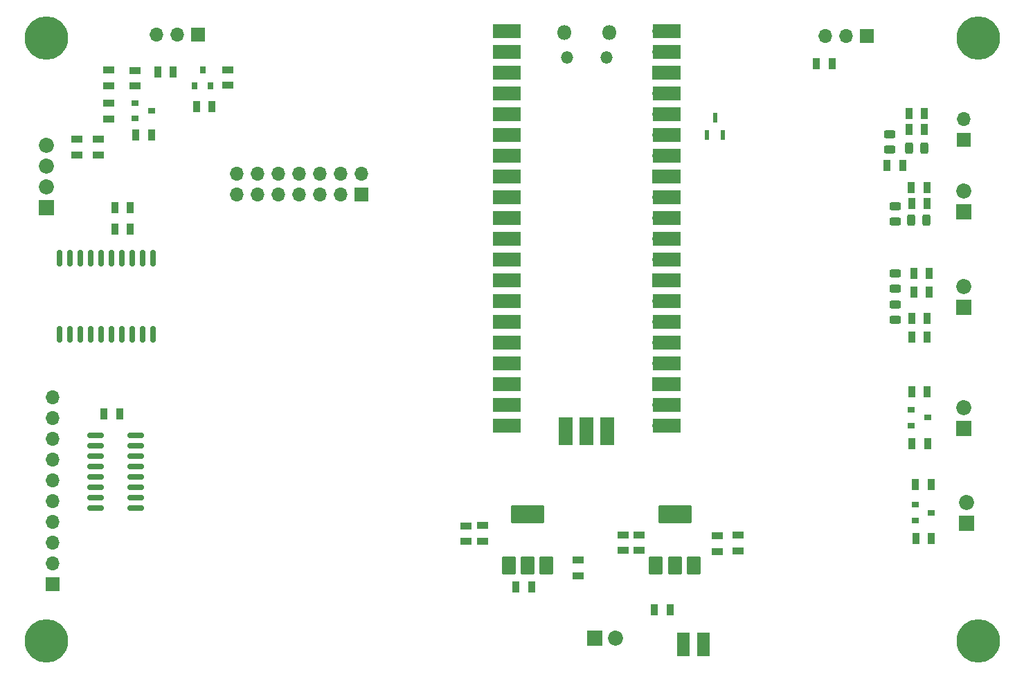
<source format=gts>
%TF.GenerationSoftware,KiCad,Pcbnew,7.0.7*%
%TF.CreationDate,2023-10-10T10:51:27+02:00*%
%TF.ProjectId,RB2AMPController,52423241-4d50-4436-9f6e-74726f6c6c65,rev?*%
%TF.SameCoordinates,Original*%
%TF.FileFunction,Soldermask,Top*%
%TF.FilePolarity,Negative*%
%FSLAX46Y46*%
G04 Gerber Fmt 4.6, Leading zero omitted, Abs format (unit mm)*
G04 Created by KiCad (PCBNEW 7.0.7) date 2023-10-10 10:51:27*
%MOMM*%
%LPD*%
G01*
G04 APERTURE LIST*
G04 Aperture macros list*
%AMRoundRect*
0 Rectangle with rounded corners*
0 $1 Rounding radius*
0 $2 $3 $4 $5 $6 $7 $8 $9 X,Y pos of 4 corners*
0 Add a 4 corners polygon primitive as box body*
4,1,4,$2,$3,$4,$5,$6,$7,$8,$9,$2,$3,0*
0 Add four circle primitives for the rounded corners*
1,1,$1+$1,$2,$3*
1,1,$1+$1,$4,$5*
1,1,$1+$1,$6,$7*
1,1,$1+$1,$8,$9*
0 Add four rect primitives between the rounded corners*
20,1,$1+$1,$2,$3,$4,$5,0*
20,1,$1+$1,$4,$5,$6,$7,0*
20,1,$1+$1,$6,$7,$8,$9,0*
20,1,$1+$1,$8,$9,$2,$3,0*%
G04 Aperture macros list end*
%ADD10R,0.889000X1.397000*%
%ADD11RoundRect,0.243750X-0.456250X0.243750X-0.456250X-0.243750X0.456250X-0.243750X0.456250X0.243750X0*%
%ADD12R,1.397000X0.889000*%
%ADD13R,1.700000X1.700000*%
%ADD14O,1.700000X1.700000*%
%ADD15R,0.900000X0.800000*%
%ADD16C,5.300000*%
%ADD17RoundRect,0.101600X-0.750000X-1.000000X0.750000X-1.000000X0.750000X1.000000X-0.750000X1.000000X0*%
%ADD18RoundRect,0.101600X-1.900000X-1.000000X1.900000X-1.000000X1.900000X1.000000X-1.900000X1.000000X0*%
%ADD19R,1.850000X1.850000*%
%ADD20C,1.850000*%
%ADD21RoundRect,0.150000X0.825000X0.150000X-0.825000X0.150000X-0.825000X-0.150000X0.825000X-0.150000X0*%
%ADD22O,1.800000X1.800000*%
%ADD23O,1.500000X1.500000*%
%ADD24R,3.500000X1.700000*%
%ADD25R,1.700000X3.500000*%
%ADD26RoundRect,0.150000X-0.150000X0.850000X-0.150000X-0.850000X0.150000X-0.850000X0.150000X0.850000X0*%
%ADD27R,0.600000X1.250000*%
%ADD28R,0.800000X0.900000*%
%ADD29RoundRect,0.243750X0.243750X0.456250X-0.243750X0.456250X-0.243750X-0.456250X0.243750X-0.456250X0*%
%ADD30R,1.500000X3.000000*%
G04 APERTURE END LIST*
D10*
%TO.C,C108*%
X143782563Y-129600062D03*
X141877563Y-129600062D03*
%TD*%
%TO.C,R202*%
X192200000Y-112060000D03*
X190295000Y-112060000D03*
%TD*%
D11*
%TO.C,D201*%
X188200000Y-95042500D03*
X188200000Y-96917500D03*
%TD*%
D10*
%TO.C,C203*%
X192402500Y-91230000D03*
X190497500Y-91230000D03*
%TD*%
%TO.C,R217*%
X94705000Y-85824000D03*
X92800000Y-85824000D03*
%TD*%
D12*
%TO.C,C107*%
X149477563Y-126295062D03*
X149477563Y-128200062D03*
%TD*%
D13*
%TO.C,J201*%
X85200000Y-129260000D03*
D14*
X85200000Y-126720000D03*
X85200000Y-124180000D03*
X85200000Y-121640000D03*
X85200000Y-119100000D03*
X85200000Y-116560000D03*
X85200000Y-114020000D03*
X85200000Y-111480000D03*
X85200000Y-108940000D03*
X85200000Y-106400000D03*
%TD*%
D10*
%TO.C,R207*%
X192152500Y-98980000D03*
X190247500Y-98980000D03*
%TD*%
D15*
%TO.C,Q201*%
X190200000Y-107910000D03*
X190200000Y-109810000D03*
X192200000Y-108860000D03*
%TD*%
D10*
%TO.C,R214*%
X189897500Y-73637500D03*
X191802500Y-73637500D03*
%TD*%
D11*
%TO.C,D205*%
X187600000Y-74200000D03*
X187600000Y-76075000D03*
%TD*%
D16*
%TO.C,MH1*%
X84400000Y-62400000D03*
%TD*%
D10*
%TO.C,C202*%
X180505000Y-65600000D03*
X178600000Y-65600000D03*
%TD*%
D12*
%TO.C,J207*%
X92050000Y-68250000D03*
X92050000Y-66345000D03*
%TD*%
D10*
%TO.C,C204*%
X189152500Y-78000000D03*
X187247500Y-78000000D03*
%TD*%
%TO.C,R208*%
X192105000Y-80687500D03*
X190200000Y-80687500D03*
%TD*%
D13*
%TO.C,J203*%
X184805000Y-62200000D03*
D14*
X182265000Y-62200000D03*
X179725000Y-62200000D03*
%TD*%
D17*
%TO.C,IC102*%
X158977501Y-126950124D03*
X161277501Y-126950124D03*
X163577500Y-126950124D03*
D18*
X161277501Y-120650125D03*
%TD*%
D10*
%TO.C,R218*%
X94705000Y-83200000D03*
X92800000Y-83200000D03*
%TD*%
D12*
%TO.C,R210*%
X106600000Y-68200000D03*
X106600000Y-66295000D03*
%TD*%
D10*
%TO.C,C205*%
X95395000Y-74297500D03*
X97300000Y-74297500D03*
%TD*%
D12*
%TO.C,C101*%
X155000000Y-123200000D03*
X155000000Y-125105000D03*
%TD*%
D17*
%TO.C,IC101*%
X140977501Y-126950124D03*
X143277501Y-126950124D03*
X145577500Y-126950124D03*
D18*
X143277501Y-120650125D03*
%TD*%
D10*
%TO.C,R213*%
X191802500Y-71637500D03*
X189897500Y-71637500D03*
%TD*%
D19*
%TO.C,J209*%
X196600000Y-83667500D03*
D20*
X196600000Y-81127500D03*
%TD*%
D12*
%TO.C,R215*%
X90800000Y-76705000D03*
X90800000Y-74800000D03*
%TD*%
D16*
%TO.C,MH3*%
X84400000Y-136200000D03*
%TD*%
D21*
%TO.C,U201*%
X95400000Y-119940000D03*
X95400000Y-118670000D03*
X95400000Y-117400000D03*
X95400000Y-116130000D03*
X95400000Y-114860000D03*
X95400000Y-113590000D03*
X95400000Y-112320000D03*
X95400000Y-111050000D03*
X90450000Y-111050000D03*
X90450000Y-112320000D03*
X90450000Y-113590000D03*
X90450000Y-114860000D03*
X90450000Y-116130000D03*
X90450000Y-117400000D03*
X90450000Y-118670000D03*
X90450000Y-119940000D03*
%TD*%
D16*
%TO.C,MH4*%
X198400000Y-136200000D03*
%TD*%
D10*
%TO.C,R209*%
X190247500Y-82687500D03*
X192152500Y-82687500D03*
%TD*%
D19*
%TO.C,J101*%
X151512563Y-135800062D03*
D20*
X154052563Y-135800062D03*
%TD*%
D12*
%TO.C,C104*%
X137782563Y-122047562D03*
X137782563Y-123952562D03*
%TD*%
D16*
%TO.C,MH2*%
X198400000Y-62400000D03*
%TD*%
D19*
%TO.C,J205*%
X197000000Y-121800000D03*
D20*
X197000000Y-119260000D03*
%TD*%
D10*
%TO.C,R203*%
X190705000Y-117070000D03*
X192610000Y-117070000D03*
%TD*%
D22*
%TO.C,U301*%
X147785000Y-61750000D03*
D23*
X148085000Y-64780000D03*
X152935000Y-64780000D03*
D22*
X153235000Y-61750000D03*
D14*
X141620000Y-61620000D03*
D24*
X140720000Y-61620000D03*
D14*
X141620000Y-64160000D03*
D24*
X140720000Y-64160000D03*
D13*
X141620000Y-66700000D03*
D24*
X140720000Y-66700000D03*
D14*
X141620000Y-69240000D03*
D24*
X140720000Y-69240000D03*
D14*
X141620000Y-71780000D03*
D24*
X140720000Y-71780000D03*
D14*
X141620000Y-74320000D03*
D24*
X140720000Y-74320000D03*
D14*
X141620000Y-76860000D03*
D24*
X140720000Y-76860000D03*
D13*
X141620000Y-79400000D03*
D24*
X140720000Y-79400000D03*
D14*
X141620000Y-81940000D03*
D24*
X140720000Y-81940000D03*
D14*
X141620000Y-84480000D03*
D24*
X140720000Y-84480000D03*
D14*
X141620000Y-87020000D03*
D24*
X140720000Y-87020000D03*
D14*
X141620000Y-89560000D03*
D24*
X140720000Y-89560000D03*
D13*
X141620000Y-92100000D03*
D24*
X140720000Y-92100000D03*
D14*
X141620000Y-94640000D03*
D24*
X140720000Y-94640000D03*
D14*
X141620000Y-97180000D03*
D24*
X140720000Y-97180000D03*
D14*
X141620000Y-99720000D03*
D24*
X140720000Y-99720000D03*
D14*
X141620000Y-102260000D03*
D24*
X140720000Y-102260000D03*
D13*
X141620000Y-104800000D03*
D24*
X140720000Y-104800000D03*
D14*
X141620000Y-107340000D03*
D24*
X140720000Y-107340000D03*
D14*
X141620000Y-109880000D03*
D24*
X140720000Y-109880000D03*
D14*
X159400000Y-109880000D03*
D24*
X160300000Y-109880000D03*
D14*
X159400000Y-107340000D03*
D24*
X160300000Y-107340000D03*
D13*
X159400000Y-104800000D03*
D24*
X160300000Y-104800000D03*
D14*
X159400000Y-102260000D03*
D24*
X160300000Y-102260000D03*
D14*
X159400000Y-99720000D03*
D24*
X160300000Y-99720000D03*
D14*
X159400000Y-97180000D03*
D24*
X160300000Y-97180000D03*
D14*
X159400000Y-94640000D03*
D24*
X160300000Y-94640000D03*
D13*
X159400000Y-92100000D03*
D24*
X160300000Y-92100000D03*
D14*
X159400000Y-89560000D03*
D24*
X160300000Y-89560000D03*
D14*
X159400000Y-87020000D03*
D24*
X160300000Y-87020000D03*
D14*
X159400000Y-84480000D03*
D24*
X160300000Y-84480000D03*
D14*
X159400000Y-81940000D03*
D24*
X160300000Y-81940000D03*
D13*
X159400000Y-79400000D03*
D24*
X160300000Y-79400000D03*
D14*
X159400000Y-76860000D03*
D24*
X160300000Y-76860000D03*
D14*
X159400000Y-74320000D03*
D24*
X160300000Y-74320000D03*
D14*
X159400000Y-71780000D03*
D24*
X160300000Y-71780000D03*
D14*
X159400000Y-69240000D03*
D24*
X160300000Y-69240000D03*
D13*
X159400000Y-66700000D03*
D24*
X160300000Y-66700000D03*
D14*
X159400000Y-64160000D03*
D24*
X160300000Y-64160000D03*
D14*
X159400000Y-61620000D03*
D24*
X160300000Y-61620000D03*
D14*
X147970000Y-109650000D03*
D25*
X147970000Y-110550000D03*
D13*
X150510000Y-109650000D03*
D25*
X150510000Y-110550000D03*
D14*
X153050000Y-109650000D03*
D25*
X153050000Y-110550000D03*
%TD*%
D13*
%TO.C,J301*%
X122960000Y-81540000D03*
D14*
X122960000Y-79000000D03*
X120420000Y-81540000D03*
X120420000Y-79000000D03*
X117880000Y-81540000D03*
X117880000Y-79000000D03*
X115340000Y-81540000D03*
X115340000Y-79000000D03*
X112800000Y-81540000D03*
X112800000Y-79000000D03*
X110260000Y-81540000D03*
X110260000Y-79000000D03*
X107720000Y-81540000D03*
X107720000Y-79000000D03*
%TD*%
D26*
%TO.C,U202*%
X97447500Y-89374000D03*
X96177500Y-89374000D03*
X94907500Y-89374000D03*
X93637500Y-89374000D03*
X92367500Y-89374000D03*
X91097500Y-89374000D03*
X89827500Y-89374000D03*
X88557500Y-89374000D03*
X87287500Y-89374000D03*
X86017500Y-89374000D03*
X86017500Y-98624000D03*
X87287500Y-98624000D03*
X88557500Y-98624000D03*
X89827500Y-98624000D03*
X91097500Y-98624000D03*
X92367500Y-98624000D03*
X93637500Y-98624000D03*
X94907500Y-98624000D03*
X96177500Y-98624000D03*
X97447500Y-98624000D03*
%TD*%
D10*
%TO.C,R101*%
X158782563Y-132400062D03*
X160687563Y-132400062D03*
%TD*%
%TO.C,R211*%
X104705000Y-70797500D03*
X102800000Y-70797500D03*
%TD*%
%TO.C,R205*%
X192152500Y-96730000D03*
X190247500Y-96730000D03*
%TD*%
%TO.C,R201*%
X190247500Y-105660000D03*
X192152500Y-105660000D03*
%TD*%
%TO.C,J208*%
X99955000Y-66547500D03*
X98050000Y-66547500D03*
%TD*%
D15*
%TO.C,Q202*%
X190655000Y-119520000D03*
X190655000Y-121420000D03*
X192655000Y-120470000D03*
%TD*%
D27*
%TO.C,IC301*%
X165250000Y-74300000D03*
X167150000Y-74300000D03*
X166200000Y-72200000D03*
%TD*%
D12*
%TO.C,C103*%
X135782563Y-122095062D03*
X135782563Y-124000062D03*
%TD*%
D11*
%TO.C,D203*%
X188200000Y-83000000D03*
X188200000Y-84875000D03*
%TD*%
D12*
%TO.C,C102*%
X156877563Y-123200062D03*
X156877563Y-125105062D03*
%TD*%
D19*
%TO.C,J206*%
X196600000Y-95400000D03*
D20*
X196600000Y-92860000D03*
%TD*%
D12*
%TO.C,C105*%
X166477563Y-125210062D03*
X166477563Y-123305062D03*
%TD*%
D13*
%TO.C,J212*%
X196600000Y-74887500D03*
D14*
X196600000Y-72347500D03*
%TD*%
D12*
%TO.C,R216*%
X88200000Y-76705000D03*
X88200000Y-74800000D03*
%TD*%
D19*
%TO.C,J204*%
X84400000Y-83140000D03*
D20*
X84400000Y-80600000D03*
X84400000Y-78060000D03*
X84400000Y-75520000D03*
%TD*%
D10*
%TO.C,C201*%
X91495000Y-108400000D03*
X93400000Y-108400000D03*
%TD*%
D12*
%TO.C,C106*%
X169057500Y-125152562D03*
X169057500Y-123247562D03*
%TD*%
D19*
%TO.C,J202*%
X196600000Y-110200000D03*
D20*
X196600000Y-107660000D03*
%TD*%
D10*
%TO.C,R204*%
X192655000Y-123670000D03*
X190750000Y-123670000D03*
%TD*%
D15*
%TO.C,Q204*%
X95300000Y-70347500D03*
X95300000Y-72247500D03*
X97300000Y-71297500D03*
%TD*%
D28*
%TO.C,Q203*%
X102600000Y-68297500D03*
X104500000Y-68297500D03*
X103550000Y-66297500D03*
%TD*%
D29*
%TO.C,D206*%
X191787500Y-75887500D03*
X189912500Y-75887500D03*
%TD*%
D30*
%TO.C,D207*%
X164800000Y-136600000D03*
X162300000Y-136600000D03*
%TD*%
D13*
%TO.C,J210*%
X103000000Y-62000000D03*
D14*
X100460000Y-62000000D03*
X97920000Y-62000000D03*
%TD*%
D29*
%TO.C,D204*%
X192075000Y-84687500D03*
X190200000Y-84687500D03*
%TD*%
D11*
%TO.C,D202*%
X188200000Y-91230000D03*
X188200000Y-93105000D03*
%TD*%
D10*
%TO.C,R206*%
X192402500Y-93480000D03*
X190497500Y-93480000D03*
%TD*%
D12*
%TO.C,J211*%
X95300000Y-66392500D03*
X95300000Y-68297500D03*
%TD*%
%TO.C,R212*%
X92050000Y-72297500D03*
X92050000Y-70392500D03*
%TD*%
M02*

</source>
